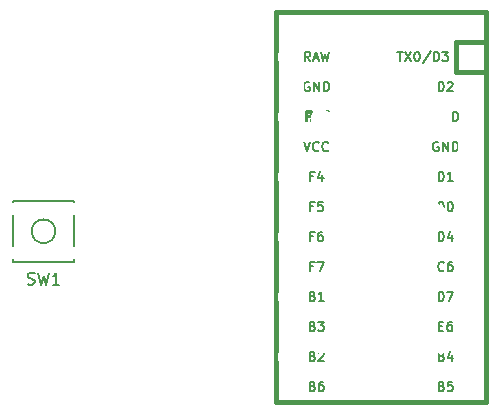
<source format=gto>
%TF.GenerationSoftware,KiCad,Pcbnew,(5.1.12)-1*%
%TF.CreationDate,2022-01-01T13:19:22-05:00*%
%TF.ProjectId,my-keeb-pro-micro,6d792d6b-6565-4622-9d70-726f2d6d6963,rev?*%
%TF.SameCoordinates,Original*%
%TF.FileFunction,Legend,Top*%
%TF.FilePolarity,Positive*%
%FSLAX46Y46*%
G04 Gerber Fmt 4.6, Leading zero omitted, Abs format (unit mm)*
G04 Created by KiCad (PCBNEW (5.1.12)-1) date 2022-01-01 13:19:22*
%MOMM*%
%LPD*%
G01*
G04 APERTURE LIST*
%ADD10C,0.381000*%
%ADD11C,0.150000*%
%ADD12R,1.600000X1.600000*%
%ADD13C,1.600000*%
%ADD14C,3.987800*%
%ADD15C,1.750000*%
%ADD16R,1.752600X1.752600*%
%ADD17C,1.752600*%
%ADD18R,1.800000X1.100000*%
G04 APERTURE END LIST*
D10*
%TO.C,U1*%
X123825000Y-18256250D02*
X126365000Y-18256250D01*
X123825000Y-15716250D02*
X123825000Y-18256250D01*
D11*
G36*
X111430365Y-22005280D02*
G01*
X111430365Y-22105280D01*
X111330365Y-22105280D01*
X111330365Y-22005280D01*
X111430365Y-22005280D01*
G37*
X111430365Y-22005280D02*
X111430365Y-22105280D01*
X111330365Y-22105280D01*
X111330365Y-22005280D01*
X111430365Y-22005280D01*
G36*
X111230365Y-21605280D02*
G01*
X111230365Y-22405280D01*
X111130365Y-22405280D01*
X111130365Y-21605280D01*
X111230365Y-21605280D01*
G37*
X111230365Y-21605280D02*
X111230365Y-22405280D01*
X111130365Y-22405280D01*
X111130365Y-21605280D01*
X111230365Y-21605280D01*
G36*
X111630365Y-22205280D02*
G01*
X111630365Y-22405280D01*
X111530365Y-22405280D01*
X111530365Y-22205280D01*
X111630365Y-22205280D01*
G37*
X111630365Y-22205280D02*
X111630365Y-22405280D01*
X111530365Y-22405280D01*
X111530365Y-22205280D01*
X111630365Y-22205280D01*
G36*
X111630365Y-21605280D02*
G01*
X111630365Y-21905280D01*
X111530365Y-21905280D01*
X111530365Y-21605280D01*
X111630365Y-21605280D01*
G37*
X111630365Y-21605280D02*
X111630365Y-21905280D01*
X111530365Y-21905280D01*
X111530365Y-21605280D01*
X111630365Y-21605280D01*
G36*
X111630365Y-21605280D02*
G01*
X111630365Y-21705280D01*
X111130365Y-21705280D01*
X111130365Y-21605280D01*
X111630365Y-21605280D01*
G37*
X111630365Y-21605280D02*
X111630365Y-21705280D01*
X111130365Y-21705280D01*
X111130365Y-21605280D01*
X111630365Y-21605280D01*
D10*
X108585000Y-46196250D02*
X108585000Y-13176250D01*
X126365000Y-46196250D02*
X108585000Y-46196250D01*
X126365000Y-13176250D02*
X126365000Y-46196250D01*
X108585000Y-13176250D02*
X126365000Y-13176250D01*
X123825000Y-15716250D02*
X126365000Y-15716250D01*
D11*
%TO.C,SW1*%
X89900000Y-31750000D02*
G75*
G03*
X89900000Y-31750000I-1000000J0D01*
G01*
X86300000Y-34350000D02*
X86300000Y-29150000D01*
X91500000Y-34350000D02*
X86300000Y-34350000D01*
X91500000Y-29150000D02*
X91500000Y-34350000D01*
X86300000Y-29150000D02*
X91500000Y-29150000D01*
%TO.C,U1*%
X122345523Y-19888154D02*
X122345523Y-19088154D01*
X122536000Y-19088154D01*
X122650285Y-19126250D01*
X122726476Y-19202440D01*
X122764571Y-19278630D01*
X122802666Y-19431011D01*
X122802666Y-19545297D01*
X122764571Y-19697678D01*
X122726476Y-19773869D01*
X122650285Y-19850059D01*
X122536000Y-19888154D01*
X122345523Y-19888154D01*
X123107428Y-19164345D02*
X123145523Y-19126250D01*
X123221714Y-19088154D01*
X123412190Y-19088154D01*
X123488380Y-19126250D01*
X123526476Y-19164345D01*
X123564571Y-19240535D01*
X123564571Y-19316726D01*
X123526476Y-19431011D01*
X123069333Y-19888154D01*
X123564571Y-19888154D01*
X122345523Y-30048154D02*
X122345523Y-29248154D01*
X122536000Y-29248154D01*
X122650285Y-29286250D01*
X122726476Y-29362440D01*
X122764571Y-29438630D01*
X122802666Y-29591011D01*
X122802666Y-29705297D01*
X122764571Y-29857678D01*
X122726476Y-29933869D01*
X122650285Y-30010059D01*
X122536000Y-30048154D01*
X122345523Y-30048154D01*
X123297904Y-29248154D02*
X123374095Y-29248154D01*
X123450285Y-29286250D01*
X123488380Y-29324345D01*
X123526476Y-29400535D01*
X123564571Y-29552916D01*
X123564571Y-29743392D01*
X123526476Y-29895773D01*
X123488380Y-29971964D01*
X123450285Y-30010059D01*
X123374095Y-30048154D01*
X123297904Y-30048154D01*
X123221714Y-30010059D01*
X123183619Y-29971964D01*
X123145523Y-29895773D01*
X123107428Y-29743392D01*
X123107428Y-29552916D01*
X123145523Y-29400535D01*
X123183619Y-29324345D01*
X123221714Y-29286250D01*
X123297904Y-29248154D01*
X122345523Y-27508154D02*
X122345523Y-26708154D01*
X122536000Y-26708154D01*
X122650285Y-26746250D01*
X122726476Y-26822440D01*
X122764571Y-26898630D01*
X122802666Y-27051011D01*
X122802666Y-27165297D01*
X122764571Y-27317678D01*
X122726476Y-27393869D01*
X122650285Y-27470059D01*
X122536000Y-27508154D01*
X122345523Y-27508154D01*
X123564571Y-27508154D02*
X123107428Y-27508154D01*
X123336000Y-27508154D02*
X123336000Y-26708154D01*
X123259809Y-26822440D01*
X123183619Y-26898630D01*
X123107428Y-26936726D01*
X122326476Y-24206250D02*
X122250285Y-24168154D01*
X122136000Y-24168154D01*
X122021714Y-24206250D01*
X121945523Y-24282440D01*
X121907428Y-24358630D01*
X121869333Y-24511011D01*
X121869333Y-24625297D01*
X121907428Y-24777678D01*
X121945523Y-24853869D01*
X122021714Y-24930059D01*
X122136000Y-24968154D01*
X122212190Y-24968154D01*
X122326476Y-24930059D01*
X122364571Y-24891964D01*
X122364571Y-24625297D01*
X122212190Y-24625297D01*
X122707428Y-24968154D02*
X122707428Y-24168154D01*
X123164571Y-24968154D01*
X123164571Y-24168154D01*
X123545523Y-24968154D02*
X123545523Y-24168154D01*
X123736000Y-24168154D01*
X123850285Y-24206250D01*
X123926476Y-24282440D01*
X123964571Y-24358630D01*
X124002666Y-24511011D01*
X124002666Y-24625297D01*
X123964571Y-24777678D01*
X123926476Y-24853869D01*
X123850285Y-24930059D01*
X123736000Y-24968154D01*
X123545523Y-24968154D01*
X122326476Y-21666250D02*
X122250285Y-21628154D01*
X122136000Y-21628154D01*
X122021714Y-21666250D01*
X121945523Y-21742440D01*
X121907428Y-21818630D01*
X121869333Y-21971011D01*
X121869333Y-22085297D01*
X121907428Y-22237678D01*
X121945523Y-22313869D01*
X122021714Y-22390059D01*
X122136000Y-22428154D01*
X122212190Y-22428154D01*
X122326476Y-22390059D01*
X122364571Y-22351964D01*
X122364571Y-22085297D01*
X122212190Y-22085297D01*
X122707428Y-22428154D02*
X122707428Y-21628154D01*
X123164571Y-22428154D01*
X123164571Y-21628154D01*
X123545523Y-22428154D02*
X123545523Y-21628154D01*
X123736000Y-21628154D01*
X123850285Y-21666250D01*
X123926476Y-21742440D01*
X123964571Y-21818630D01*
X124002666Y-21971011D01*
X124002666Y-22085297D01*
X123964571Y-22237678D01*
X123926476Y-22313869D01*
X123850285Y-22390059D01*
X123736000Y-22428154D01*
X123545523Y-22428154D01*
X122345523Y-32588154D02*
X122345523Y-31788154D01*
X122536000Y-31788154D01*
X122650285Y-31826250D01*
X122726476Y-31902440D01*
X122764571Y-31978630D01*
X122802666Y-32131011D01*
X122802666Y-32245297D01*
X122764571Y-32397678D01*
X122726476Y-32473869D01*
X122650285Y-32550059D01*
X122536000Y-32588154D01*
X122345523Y-32588154D01*
X123488380Y-32054821D02*
X123488380Y-32588154D01*
X123297904Y-31750059D02*
X123107428Y-32321488D01*
X123602666Y-32321488D01*
X122802666Y-35051964D02*
X122764571Y-35090059D01*
X122650285Y-35128154D01*
X122574095Y-35128154D01*
X122459809Y-35090059D01*
X122383619Y-35013869D01*
X122345523Y-34937678D01*
X122307428Y-34785297D01*
X122307428Y-34671011D01*
X122345523Y-34518630D01*
X122383619Y-34442440D01*
X122459809Y-34366250D01*
X122574095Y-34328154D01*
X122650285Y-34328154D01*
X122764571Y-34366250D01*
X122802666Y-34404345D01*
X123488380Y-34328154D02*
X123336000Y-34328154D01*
X123259809Y-34366250D01*
X123221714Y-34404345D01*
X123145523Y-34518630D01*
X123107428Y-34671011D01*
X123107428Y-34975773D01*
X123145523Y-35051964D01*
X123183619Y-35090059D01*
X123259809Y-35128154D01*
X123412190Y-35128154D01*
X123488380Y-35090059D01*
X123526476Y-35051964D01*
X123564571Y-34975773D01*
X123564571Y-34785297D01*
X123526476Y-34709107D01*
X123488380Y-34671011D01*
X123412190Y-34632916D01*
X123259809Y-34632916D01*
X123183619Y-34671011D01*
X123145523Y-34709107D01*
X123107428Y-34785297D01*
X122345523Y-37668154D02*
X122345523Y-36868154D01*
X122536000Y-36868154D01*
X122650285Y-36906250D01*
X122726476Y-36982440D01*
X122764571Y-37058630D01*
X122802666Y-37211011D01*
X122802666Y-37325297D01*
X122764571Y-37477678D01*
X122726476Y-37553869D01*
X122650285Y-37630059D01*
X122536000Y-37668154D01*
X122345523Y-37668154D01*
X123069333Y-36868154D02*
X123602666Y-36868154D01*
X123259809Y-37668154D01*
X122383619Y-39789107D02*
X122650285Y-39789107D01*
X122764571Y-40208154D02*
X122383619Y-40208154D01*
X122383619Y-39408154D01*
X122764571Y-39408154D01*
X123450285Y-39408154D02*
X123297904Y-39408154D01*
X123221714Y-39446250D01*
X123183619Y-39484345D01*
X123107428Y-39598630D01*
X123069333Y-39751011D01*
X123069333Y-40055773D01*
X123107428Y-40131964D01*
X123145523Y-40170059D01*
X123221714Y-40208154D01*
X123374095Y-40208154D01*
X123450285Y-40170059D01*
X123488380Y-40131964D01*
X123526476Y-40055773D01*
X123526476Y-39865297D01*
X123488380Y-39789107D01*
X123450285Y-39751011D01*
X123374095Y-39712916D01*
X123221714Y-39712916D01*
X123145523Y-39751011D01*
X123107428Y-39789107D01*
X123069333Y-39865297D01*
X122612190Y-42329107D02*
X122726476Y-42367202D01*
X122764571Y-42405297D01*
X122802666Y-42481488D01*
X122802666Y-42595773D01*
X122764571Y-42671964D01*
X122726476Y-42710059D01*
X122650285Y-42748154D01*
X122345523Y-42748154D01*
X122345523Y-41948154D01*
X122612190Y-41948154D01*
X122688380Y-41986250D01*
X122726476Y-42024345D01*
X122764571Y-42100535D01*
X122764571Y-42176726D01*
X122726476Y-42252916D01*
X122688380Y-42291011D01*
X122612190Y-42329107D01*
X122345523Y-42329107D01*
X123488380Y-42214821D02*
X123488380Y-42748154D01*
X123297904Y-41910059D02*
X123107428Y-42481488D01*
X123602666Y-42481488D01*
X122612190Y-44869107D02*
X122726476Y-44907202D01*
X122764571Y-44945297D01*
X122802666Y-45021488D01*
X122802666Y-45135773D01*
X122764571Y-45211964D01*
X122726476Y-45250059D01*
X122650285Y-45288154D01*
X122345523Y-45288154D01*
X122345523Y-44488154D01*
X122612190Y-44488154D01*
X122688380Y-44526250D01*
X122726476Y-44564345D01*
X122764571Y-44640535D01*
X122764571Y-44716726D01*
X122726476Y-44792916D01*
X122688380Y-44831011D01*
X122612190Y-44869107D01*
X122345523Y-44869107D01*
X123526476Y-44488154D02*
X123145523Y-44488154D01*
X123107428Y-44869107D01*
X123145523Y-44831011D01*
X123221714Y-44792916D01*
X123412190Y-44792916D01*
X123488380Y-44831011D01*
X123526476Y-44869107D01*
X123564571Y-44945297D01*
X123564571Y-45135773D01*
X123526476Y-45211964D01*
X123488380Y-45250059D01*
X123412190Y-45288154D01*
X123221714Y-45288154D01*
X123145523Y-45250059D01*
X123107428Y-45211964D01*
X111690190Y-44869107D02*
X111804476Y-44907202D01*
X111842571Y-44945297D01*
X111880666Y-45021488D01*
X111880666Y-45135773D01*
X111842571Y-45211964D01*
X111804476Y-45250059D01*
X111728285Y-45288154D01*
X111423523Y-45288154D01*
X111423523Y-44488154D01*
X111690190Y-44488154D01*
X111766380Y-44526250D01*
X111804476Y-44564345D01*
X111842571Y-44640535D01*
X111842571Y-44716726D01*
X111804476Y-44792916D01*
X111766380Y-44831011D01*
X111690190Y-44869107D01*
X111423523Y-44869107D01*
X112566380Y-44488154D02*
X112414000Y-44488154D01*
X112337809Y-44526250D01*
X112299714Y-44564345D01*
X112223523Y-44678630D01*
X112185428Y-44831011D01*
X112185428Y-45135773D01*
X112223523Y-45211964D01*
X112261619Y-45250059D01*
X112337809Y-45288154D01*
X112490190Y-45288154D01*
X112566380Y-45250059D01*
X112604476Y-45211964D01*
X112642571Y-45135773D01*
X112642571Y-44945297D01*
X112604476Y-44869107D01*
X112566380Y-44831011D01*
X112490190Y-44792916D01*
X112337809Y-44792916D01*
X112261619Y-44831011D01*
X112223523Y-44869107D01*
X112185428Y-44945297D01*
X111690190Y-39789107D02*
X111804476Y-39827202D01*
X111842571Y-39865297D01*
X111880666Y-39941488D01*
X111880666Y-40055773D01*
X111842571Y-40131964D01*
X111804476Y-40170059D01*
X111728285Y-40208154D01*
X111423523Y-40208154D01*
X111423523Y-39408154D01*
X111690190Y-39408154D01*
X111766380Y-39446250D01*
X111804476Y-39484345D01*
X111842571Y-39560535D01*
X111842571Y-39636726D01*
X111804476Y-39712916D01*
X111766380Y-39751011D01*
X111690190Y-39789107D01*
X111423523Y-39789107D01*
X112147333Y-39408154D02*
X112642571Y-39408154D01*
X112375904Y-39712916D01*
X112490190Y-39712916D01*
X112566380Y-39751011D01*
X112604476Y-39789107D01*
X112642571Y-39865297D01*
X112642571Y-40055773D01*
X112604476Y-40131964D01*
X112566380Y-40170059D01*
X112490190Y-40208154D01*
X112261619Y-40208154D01*
X112185428Y-40170059D01*
X112147333Y-40131964D01*
X111690190Y-37249107D02*
X111804476Y-37287202D01*
X111842571Y-37325297D01*
X111880666Y-37401488D01*
X111880666Y-37515773D01*
X111842571Y-37591964D01*
X111804476Y-37630059D01*
X111728285Y-37668154D01*
X111423523Y-37668154D01*
X111423523Y-36868154D01*
X111690190Y-36868154D01*
X111766380Y-36906250D01*
X111804476Y-36944345D01*
X111842571Y-37020535D01*
X111842571Y-37096726D01*
X111804476Y-37172916D01*
X111766380Y-37211011D01*
X111690190Y-37249107D01*
X111423523Y-37249107D01*
X112642571Y-37668154D02*
X112185428Y-37668154D01*
X112414000Y-37668154D02*
X112414000Y-36868154D01*
X112337809Y-36982440D01*
X112261619Y-37058630D01*
X112185428Y-37096726D01*
X111747333Y-27089107D02*
X111480666Y-27089107D01*
X111480666Y-27508154D02*
X111480666Y-26708154D01*
X111861619Y-26708154D01*
X112509238Y-26974821D02*
X112509238Y-27508154D01*
X112318761Y-26670059D02*
X112128285Y-27241488D01*
X112623523Y-27241488D01*
X110947333Y-24168154D02*
X111214000Y-24968154D01*
X111480666Y-24168154D01*
X112204476Y-24891964D02*
X112166380Y-24930059D01*
X112052095Y-24968154D01*
X111975904Y-24968154D01*
X111861619Y-24930059D01*
X111785428Y-24853869D01*
X111747333Y-24777678D01*
X111709238Y-24625297D01*
X111709238Y-24511011D01*
X111747333Y-24358630D01*
X111785428Y-24282440D01*
X111861619Y-24206250D01*
X111975904Y-24168154D01*
X112052095Y-24168154D01*
X112166380Y-24206250D01*
X112204476Y-24244345D01*
X113004476Y-24891964D02*
X112966380Y-24930059D01*
X112852095Y-24968154D01*
X112775904Y-24968154D01*
X112661619Y-24930059D01*
X112585428Y-24853869D01*
X112547333Y-24777678D01*
X112509238Y-24625297D01*
X112509238Y-24511011D01*
X112547333Y-24358630D01*
X112585428Y-24282440D01*
X112661619Y-24206250D01*
X112775904Y-24168154D01*
X112852095Y-24168154D01*
X112966380Y-24206250D01*
X113004476Y-24244345D01*
X111404476Y-19126250D02*
X111328285Y-19088154D01*
X111214000Y-19088154D01*
X111099714Y-19126250D01*
X111023523Y-19202440D01*
X110985428Y-19278630D01*
X110947333Y-19431011D01*
X110947333Y-19545297D01*
X110985428Y-19697678D01*
X111023523Y-19773869D01*
X111099714Y-19850059D01*
X111214000Y-19888154D01*
X111290190Y-19888154D01*
X111404476Y-19850059D01*
X111442571Y-19811964D01*
X111442571Y-19545297D01*
X111290190Y-19545297D01*
X111785428Y-19888154D02*
X111785428Y-19088154D01*
X112242571Y-19888154D01*
X112242571Y-19088154D01*
X112623523Y-19888154D02*
X112623523Y-19088154D01*
X112814000Y-19088154D01*
X112928285Y-19126250D01*
X113004476Y-19202440D01*
X113042571Y-19278630D01*
X113080666Y-19431011D01*
X113080666Y-19545297D01*
X113042571Y-19697678D01*
X113004476Y-19773869D01*
X112928285Y-19850059D01*
X112814000Y-19888154D01*
X112623523Y-19888154D01*
X111461619Y-17348154D02*
X111194952Y-16967202D01*
X111004476Y-17348154D02*
X111004476Y-16548154D01*
X111309238Y-16548154D01*
X111385428Y-16586250D01*
X111423523Y-16624345D01*
X111461619Y-16700535D01*
X111461619Y-16814821D01*
X111423523Y-16891011D01*
X111385428Y-16929107D01*
X111309238Y-16967202D01*
X111004476Y-16967202D01*
X111766380Y-17119583D02*
X112147333Y-17119583D01*
X111690190Y-17348154D02*
X111956857Y-16548154D01*
X112223523Y-17348154D01*
X112414000Y-16548154D02*
X112604476Y-17348154D01*
X112756857Y-16776726D01*
X112909238Y-17348154D01*
X113099714Y-16548154D01*
X111747333Y-29629107D02*
X111480666Y-29629107D01*
X111480666Y-30048154D02*
X111480666Y-29248154D01*
X111861619Y-29248154D01*
X112547333Y-29248154D02*
X112166380Y-29248154D01*
X112128285Y-29629107D01*
X112166380Y-29591011D01*
X112242571Y-29552916D01*
X112433047Y-29552916D01*
X112509238Y-29591011D01*
X112547333Y-29629107D01*
X112585428Y-29705297D01*
X112585428Y-29895773D01*
X112547333Y-29971964D01*
X112509238Y-30010059D01*
X112433047Y-30048154D01*
X112242571Y-30048154D01*
X112166380Y-30010059D01*
X112128285Y-29971964D01*
X111747333Y-32169107D02*
X111480666Y-32169107D01*
X111480666Y-32588154D02*
X111480666Y-31788154D01*
X111861619Y-31788154D01*
X112509238Y-31788154D02*
X112356857Y-31788154D01*
X112280666Y-31826250D01*
X112242571Y-31864345D01*
X112166380Y-31978630D01*
X112128285Y-32131011D01*
X112128285Y-32435773D01*
X112166380Y-32511964D01*
X112204476Y-32550059D01*
X112280666Y-32588154D01*
X112433047Y-32588154D01*
X112509238Y-32550059D01*
X112547333Y-32511964D01*
X112585428Y-32435773D01*
X112585428Y-32245297D01*
X112547333Y-32169107D01*
X112509238Y-32131011D01*
X112433047Y-32092916D01*
X112280666Y-32092916D01*
X112204476Y-32131011D01*
X112166380Y-32169107D01*
X112128285Y-32245297D01*
X111747333Y-34709107D02*
X111480666Y-34709107D01*
X111480666Y-35128154D02*
X111480666Y-34328154D01*
X111861619Y-34328154D01*
X112090190Y-34328154D02*
X112623523Y-34328154D01*
X112280666Y-35128154D01*
X111690190Y-42329107D02*
X111804476Y-42367202D01*
X111842571Y-42405297D01*
X111880666Y-42481488D01*
X111880666Y-42595773D01*
X111842571Y-42671964D01*
X111804476Y-42710059D01*
X111728285Y-42748154D01*
X111423523Y-42748154D01*
X111423523Y-41948154D01*
X111690190Y-41948154D01*
X111766380Y-41986250D01*
X111804476Y-42024345D01*
X111842571Y-42100535D01*
X111842571Y-42176726D01*
X111804476Y-42252916D01*
X111766380Y-42291011D01*
X111690190Y-42329107D01*
X111423523Y-42329107D01*
X112185428Y-42024345D02*
X112223523Y-41986250D01*
X112299714Y-41948154D01*
X112490190Y-41948154D01*
X112566380Y-41986250D01*
X112604476Y-42024345D01*
X112642571Y-42100535D01*
X112642571Y-42176726D01*
X112604476Y-42291011D01*
X112147333Y-42748154D01*
X112642571Y-42748154D01*
X118856395Y-16548154D02*
X119313538Y-16548154D01*
X119084967Y-17348154D02*
X119084967Y-16548154D01*
X119504014Y-16548154D02*
X120037348Y-17348154D01*
X120037348Y-16548154D02*
X119504014Y-17348154D01*
X120494491Y-16548154D02*
X120570681Y-16548154D01*
X120646872Y-16586250D01*
X120684967Y-16624345D01*
X120723062Y-16700535D01*
X120761157Y-16852916D01*
X120761157Y-17043392D01*
X120723062Y-17195773D01*
X120684967Y-17271964D01*
X120646872Y-17310059D01*
X120570681Y-17348154D01*
X120494491Y-17348154D01*
X120418300Y-17310059D01*
X120380205Y-17271964D01*
X120342110Y-17195773D01*
X120304014Y-17043392D01*
X120304014Y-16852916D01*
X120342110Y-16700535D01*
X120380205Y-16624345D01*
X120418300Y-16586250D01*
X120494491Y-16548154D01*
X121675443Y-16510059D02*
X120989729Y-17538630D01*
X121942110Y-17348154D02*
X121942110Y-16548154D01*
X122132586Y-16548154D01*
X122246872Y-16586250D01*
X122323062Y-16662440D01*
X122361157Y-16738630D01*
X122399252Y-16891011D01*
X122399252Y-17005297D01*
X122361157Y-17157678D01*
X122323062Y-17233869D01*
X122246872Y-17310059D01*
X122132586Y-17348154D01*
X121942110Y-17348154D01*
X122665919Y-16548154D02*
X123161157Y-16548154D01*
X122894491Y-16852916D01*
X123008776Y-16852916D01*
X123084967Y-16891011D01*
X123123062Y-16929107D01*
X123161157Y-17005297D01*
X123161157Y-17195773D01*
X123123062Y-17271964D01*
X123084967Y-17310059D01*
X123008776Y-17348154D01*
X122780205Y-17348154D01*
X122704014Y-17310059D01*
X122665919Y-17271964D01*
X111901666Y-22370059D02*
X112015952Y-22408154D01*
X112206428Y-22408154D01*
X112282619Y-22370059D01*
X112320714Y-22331964D01*
X112358809Y-22255773D01*
X112358809Y-22179583D01*
X112320714Y-22103392D01*
X112282619Y-22065297D01*
X112206428Y-22027202D01*
X112054047Y-21989107D01*
X111977857Y-21951011D01*
X111939761Y-21912916D01*
X111901666Y-21836726D01*
X111901666Y-21760535D01*
X111939761Y-21684345D01*
X111977857Y-21646250D01*
X112054047Y-21608154D01*
X112244523Y-21608154D01*
X112358809Y-21646250D01*
X112587380Y-21608154D02*
X113044523Y-21608154D01*
X112815952Y-22408154D02*
X112815952Y-21608154D01*
%TO.C,SW1*%
X87566666Y-36218761D02*
X87709523Y-36266380D01*
X87947619Y-36266380D01*
X88042857Y-36218761D01*
X88090476Y-36171142D01*
X88138095Y-36075904D01*
X88138095Y-35980666D01*
X88090476Y-35885428D01*
X88042857Y-35837809D01*
X87947619Y-35790190D01*
X87757142Y-35742571D01*
X87661904Y-35694952D01*
X87614285Y-35647333D01*
X87566666Y-35552095D01*
X87566666Y-35456857D01*
X87614285Y-35361619D01*
X87661904Y-35314000D01*
X87757142Y-35266380D01*
X87995238Y-35266380D01*
X88138095Y-35314000D01*
X88471428Y-35266380D02*
X88709523Y-36266380D01*
X88900000Y-35552095D01*
X89090476Y-36266380D01*
X89328571Y-35266380D01*
X90233333Y-36266380D02*
X89661904Y-36266380D01*
X89947619Y-36266380D02*
X89947619Y-35266380D01*
X89852380Y-35409238D01*
X89757142Y-35504476D01*
X89661904Y-35552095D01*
%TD*%
%LPC*%
D12*
%TO.C,D46*%
X201612500Y-83275000D03*
D13*
X201612500Y-75475000D03*
%TD*%
D14*
%TO.C,MX25*%
X117475000Y-41275000D03*
D15*
X112395000Y-41275000D03*
X122555000Y-41275000D03*
%TD*%
D14*
%TO.C,MX28*%
X122237500Y-98425000D03*
D15*
X117157500Y-98425000D03*
X127317500Y-98425000D03*
%TD*%
D16*
%TO.C,U1*%
X125323600Y-16986250D03*
D17*
X124866400Y-19526250D03*
X125323600Y-22066250D03*
X124866400Y-24606250D03*
X125323600Y-27146250D03*
X124866400Y-29686250D03*
X125323600Y-32226250D03*
X124866400Y-34766250D03*
X125323600Y-37306250D03*
X124866400Y-39846250D03*
X125323600Y-42386250D03*
X110083600Y-44926250D03*
X109626400Y-42386250D03*
X110083600Y-39846250D03*
X109626400Y-37306250D03*
X110083600Y-34766250D03*
X109626400Y-32226250D03*
X110083600Y-29686250D03*
X109626400Y-27146250D03*
X110083600Y-24606250D03*
X109626400Y-22066250D03*
X110083600Y-19526250D03*
X124866400Y-44926250D03*
X109626400Y-16986250D03*
%TD*%
D18*
%TO.C,SW1*%
X92000000Y-33600000D03*
X85800000Y-29900000D03*
X92000000Y-29900000D03*
X85800000Y-33600000D03*
%TD*%
D14*
%TO.C,MX46*%
X193675000Y-79375000D03*
D15*
X188595000Y-79375000D03*
X198755000Y-79375000D03*
%TD*%
D14*
%TO.C,MX45*%
X193675000Y-60325000D03*
D15*
X188595000Y-60325000D03*
X198755000Y-60325000D03*
%TD*%
D14*
%TO.C,MX44*%
X193675000Y-41275000D03*
D15*
X188595000Y-41275000D03*
X198755000Y-41275000D03*
%TD*%
D14*
%TO.C,MX43*%
X193675000Y-22225000D03*
D15*
X188595000Y-22225000D03*
X198755000Y-22225000D03*
%TD*%
D14*
%TO.C,MX42*%
X174625000Y-79375000D03*
D15*
X169545000Y-79375000D03*
X179705000Y-79375000D03*
%TD*%
D14*
%TO.C,MX41*%
X174625000Y-60325000D03*
D15*
X169545000Y-60325000D03*
X179705000Y-60325000D03*
%TD*%
D14*
%TO.C,MX40*%
X174625000Y-41275000D03*
D15*
X169545000Y-41275000D03*
X179705000Y-41275000D03*
%TD*%
D14*
%TO.C,MX39*%
X174625000Y-22225000D03*
D15*
X169545000Y-22225000D03*
X179705000Y-22225000D03*
%TD*%
D14*
%TO.C,MX38*%
X165100000Y-98425000D03*
D15*
X160020000Y-98425000D03*
X170180000Y-98425000D03*
%TD*%
D14*
%TO.C,MX37*%
X155575000Y-79375000D03*
D15*
X150495000Y-79375000D03*
X160655000Y-79375000D03*
%TD*%
D14*
%TO.C,MX36*%
X155575000Y-60325000D03*
D15*
X150495000Y-60325000D03*
X160655000Y-60325000D03*
%TD*%
D14*
%TO.C,MX35*%
X155575000Y-41275000D03*
D15*
X150495000Y-41275000D03*
X160655000Y-41275000D03*
%TD*%
D14*
%TO.C,MX34*%
X155575000Y-22225000D03*
D15*
X150495000Y-22225000D03*
X160655000Y-22225000D03*
%TD*%
D14*
%TO.C,MX33*%
X146050000Y-98425000D03*
D15*
X140970000Y-98425000D03*
X151130000Y-98425000D03*
%TD*%
D14*
%TO.C,MX32*%
X136525000Y-79375000D03*
D15*
X131445000Y-79375000D03*
X141605000Y-79375000D03*
%TD*%
D14*
%TO.C,MX31*%
X136525000Y-60325000D03*
D15*
X131445000Y-60325000D03*
X141605000Y-60325000D03*
%TD*%
D14*
%TO.C,MX30*%
X136525000Y-41275000D03*
D15*
X131445000Y-41275000D03*
X141605000Y-41275000D03*
%TD*%
D14*
%TO.C,MX29*%
X136525000Y-22225000D03*
D15*
X131445000Y-22225000D03*
X141605000Y-22225000D03*
%TD*%
D14*
%TO.C,MX27*%
X117475000Y-79375000D03*
D15*
X112395000Y-79375000D03*
X122555000Y-79375000D03*
%TD*%
D14*
%TO.C,MX26*%
X117475000Y-60325000D03*
D15*
X112395000Y-60325000D03*
X122555000Y-60325000D03*
%TD*%
D14*
%TO.C,MX24*%
X117475000Y-22225000D03*
D15*
X112395000Y-22225000D03*
X122555000Y-22225000D03*
%TD*%
D14*
%TO.C,MX23*%
X93662500Y-98425000D03*
D15*
X88582500Y-98425000D03*
X98742500Y-98425000D03*
%TD*%
D14*
%TO.C,MX22*%
X98425000Y-79375000D03*
D15*
X93345000Y-79375000D03*
X103505000Y-79375000D03*
%TD*%
D14*
%TO.C,MX21*%
X98425000Y-60325000D03*
D15*
X93345000Y-60325000D03*
X103505000Y-60325000D03*
%TD*%
D14*
%TO.C,MX20*%
X98425000Y-41275000D03*
D15*
X93345000Y-41275000D03*
X103505000Y-41275000D03*
%TD*%
D14*
%TO.C,MX19*%
X98425000Y-22225000D03*
D15*
X93345000Y-22225000D03*
X103505000Y-22225000D03*
%TD*%
D14*
%TO.C,MX18*%
X69850000Y-98425000D03*
D15*
X64770000Y-98425000D03*
X74930000Y-98425000D03*
%TD*%
D14*
%TO.C,MX17*%
X79375000Y-79375000D03*
D15*
X74295000Y-79375000D03*
X84455000Y-79375000D03*
%TD*%
D14*
%TO.C,MX16*%
X79375000Y-60325000D03*
D15*
X74295000Y-60325000D03*
X84455000Y-60325000D03*
%TD*%
D14*
%TO.C,MX15*%
X79375000Y-41275000D03*
D15*
X74295000Y-41275000D03*
X84455000Y-41275000D03*
%TD*%
D14*
%TO.C,MX14*%
X79375000Y-22225000D03*
D15*
X74295000Y-22225000D03*
X84455000Y-22225000D03*
%TD*%
D14*
%TO.C,MX13*%
X50800000Y-98425000D03*
D15*
X45720000Y-98425000D03*
X55880000Y-98425000D03*
%TD*%
D14*
%TO.C,MX12*%
X60325000Y-79375000D03*
D15*
X55245000Y-79375000D03*
X65405000Y-79375000D03*
%TD*%
D14*
%TO.C,MX11*%
X60325000Y-60325000D03*
D15*
X55245000Y-60325000D03*
X65405000Y-60325000D03*
%TD*%
D14*
%TO.C,MX10*%
X60325000Y-41275000D03*
D15*
X55245000Y-41275000D03*
X65405000Y-41275000D03*
%TD*%
D14*
%TO.C,MX9*%
X60325000Y-22225000D03*
D15*
X55245000Y-22225000D03*
X65405000Y-22225000D03*
%TD*%
D14*
%TO.C,MX8*%
X41275000Y-79375000D03*
D15*
X36195000Y-79375000D03*
X46355000Y-79375000D03*
%TD*%
D14*
%TO.C,MX7*%
X41275000Y-60325000D03*
D15*
X36195000Y-60325000D03*
X46355000Y-60325000D03*
%TD*%
D14*
%TO.C,MX6*%
X41275000Y-41275000D03*
D15*
X36195000Y-41275000D03*
X46355000Y-41275000D03*
%TD*%
D14*
%TO.C,MX5*%
X41275000Y-22225000D03*
D15*
X36195000Y-22225000D03*
X46355000Y-22225000D03*
%TD*%
D14*
%TO.C,MX4*%
X22225000Y-79375000D03*
D15*
X17145000Y-79375000D03*
X27305000Y-79375000D03*
%TD*%
D14*
%TO.C,MX3*%
X22225000Y-60325000D03*
D15*
X17145000Y-60325000D03*
X27305000Y-60325000D03*
%TD*%
D14*
%TO.C,MX2*%
X22225000Y-41275000D03*
D15*
X17145000Y-41275000D03*
X27305000Y-41275000D03*
%TD*%
D14*
%TO.C,MX1*%
X22225000Y-22225000D03*
D15*
X17145000Y-22225000D03*
X27305000Y-22225000D03*
%TD*%
D12*
%TO.C,D45*%
X201612500Y-64225000D03*
D13*
X201612500Y-56425000D03*
%TD*%
D12*
%TO.C,D44*%
X201612500Y-45175000D03*
D13*
X201612500Y-37375000D03*
%TD*%
D12*
%TO.C,D43*%
X201612500Y-26125000D03*
D13*
X201612500Y-18325000D03*
%TD*%
D12*
%TO.C,D42*%
X182562500Y-83275000D03*
D13*
X182562500Y-75475000D03*
%TD*%
D12*
%TO.C,D41*%
X182562500Y-64225000D03*
D13*
X182562500Y-56425000D03*
%TD*%
D12*
%TO.C,D40*%
X182562500Y-45175000D03*
D13*
X182562500Y-37375000D03*
%TD*%
D12*
%TO.C,D39*%
X182562500Y-26125000D03*
D13*
X182562500Y-18325000D03*
%TD*%
D12*
%TO.C,D38*%
X173037500Y-102325000D03*
D13*
X173037500Y-94525000D03*
%TD*%
D12*
%TO.C,D37*%
X163512500Y-83275000D03*
D13*
X163512500Y-75475000D03*
%TD*%
D12*
%TO.C,D36*%
X163512500Y-64225000D03*
D13*
X163512500Y-56425000D03*
%TD*%
D12*
%TO.C,D35*%
X163512500Y-45175000D03*
D13*
X163512500Y-37375000D03*
%TD*%
D12*
%TO.C,D34*%
X163512500Y-26125000D03*
D13*
X163512500Y-18325000D03*
%TD*%
D12*
%TO.C,D33*%
X153987500Y-102325000D03*
D13*
X153987500Y-94525000D03*
%TD*%
D12*
%TO.C,D32*%
X144462500Y-83275000D03*
D13*
X144462500Y-75475000D03*
%TD*%
D12*
%TO.C,D31*%
X144462500Y-64225000D03*
D13*
X144462500Y-56425000D03*
%TD*%
D12*
%TO.C,D30*%
X144462500Y-45175000D03*
D13*
X144462500Y-37375000D03*
%TD*%
D12*
%TO.C,D29*%
X144462500Y-26125000D03*
D13*
X144462500Y-18325000D03*
%TD*%
D12*
%TO.C,D28*%
X130175000Y-102325000D03*
D13*
X130175000Y-94525000D03*
%TD*%
D12*
%TO.C,D27*%
X125412500Y-83275000D03*
D13*
X125412500Y-75475000D03*
%TD*%
D12*
%TO.C,D26*%
X125412500Y-64225000D03*
D13*
X125412500Y-56425000D03*
%TD*%
D12*
%TO.C,D25*%
X114368750Y-49212500D03*
D13*
X122168750Y-49212500D03*
%TD*%
D12*
%TO.C,D24*%
X114368750Y-30162500D03*
D13*
X122168750Y-30162500D03*
%TD*%
D12*
%TO.C,D23*%
X101600000Y-102325000D03*
D13*
X101600000Y-94525000D03*
%TD*%
D12*
%TO.C,D22*%
X106362500Y-83275000D03*
D13*
X106362500Y-75475000D03*
%TD*%
D12*
%TO.C,D21*%
X106362500Y-64225000D03*
D13*
X106362500Y-56425000D03*
%TD*%
D12*
%TO.C,D20*%
X94525000Y-49212500D03*
D13*
X102325000Y-49212500D03*
%TD*%
D12*
%TO.C,D19*%
X106362500Y-26125000D03*
D13*
X106362500Y-18325000D03*
%TD*%
D12*
%TO.C,D18*%
X77787500Y-102325000D03*
D13*
X77787500Y-94525000D03*
%TD*%
D12*
%TO.C,D17*%
X87312500Y-83275000D03*
D13*
X87312500Y-75475000D03*
%TD*%
D12*
%TO.C,D16*%
X87312500Y-64225000D03*
D13*
X87312500Y-56425000D03*
%TD*%
D12*
%TO.C,D15*%
X87312500Y-45175000D03*
D13*
X87312500Y-37375000D03*
%TD*%
D12*
%TO.C,D14*%
X87312500Y-26125000D03*
D13*
X87312500Y-18325000D03*
%TD*%
D12*
%TO.C,D13*%
X58737500Y-102325000D03*
D13*
X58737500Y-94525000D03*
%TD*%
D12*
%TO.C,D12*%
X68262500Y-83275000D03*
D13*
X68262500Y-75475000D03*
%TD*%
D12*
%TO.C,D11*%
X68262500Y-64225000D03*
D13*
X68262500Y-56425000D03*
%TD*%
D12*
%TO.C,D10*%
X68262500Y-45175000D03*
D13*
X68262500Y-37375000D03*
%TD*%
D12*
%TO.C,D9*%
X68262500Y-26125000D03*
D13*
X68262500Y-18325000D03*
%TD*%
D12*
%TO.C,D8*%
X49212500Y-83275000D03*
D13*
X49212500Y-75475000D03*
%TD*%
D12*
%TO.C,D7*%
X49212500Y-64225000D03*
D13*
X49212500Y-56425000D03*
%TD*%
D12*
%TO.C,D6*%
X49212500Y-45175000D03*
D13*
X49212500Y-37375000D03*
%TD*%
D12*
%TO.C,D5*%
X49212500Y-26125000D03*
D13*
X49212500Y-18325000D03*
%TD*%
D12*
%TO.C,D4*%
X30162500Y-83275000D03*
D13*
X30162500Y-75475000D03*
%TD*%
D12*
%TO.C,D3*%
X30162500Y-64225000D03*
D13*
X30162500Y-56425000D03*
%TD*%
D12*
%TO.C,D2*%
X30162500Y-45175000D03*
D13*
X30162500Y-37375000D03*
%TD*%
D12*
%TO.C,D1*%
X30162500Y-26125000D03*
D13*
X30162500Y-18325000D03*
%TD*%
M02*

</source>
